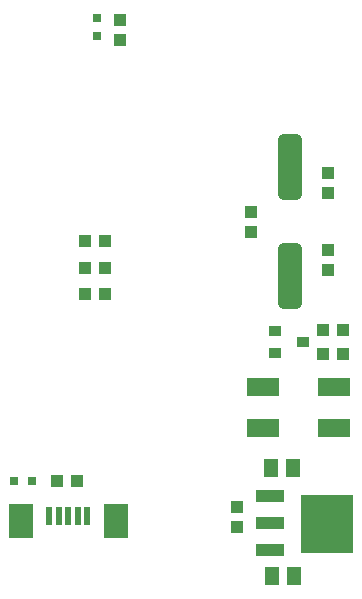
<source format=gtp>
%FSLAX44Y44*%
%MOMM*%
G71*
G01*
G75*
G04 Layer_Color=8421504*
%ADD10R,1.3000X1.5000*%
%ADD11R,1.1000X1.0000*%
%ADD12R,2.1000X2.9000*%
%ADD13R,0.5000X1.6000*%
%ADD14R,1.0000X1.1000*%
%ADD15R,2.4000X3.3000*%
%ADD16R,2.4000X1.0000*%
%ADD17R,1.0000X0.8500*%
%ADD18R,1.0000X0.8500*%
%ADD19R,0.8000X0.8000*%
%ADD20R,2.8000X1.5000*%
%ADD21R,0.8000X0.8000*%
%ADD22R,4.5000X5.0000*%
G04:AMPARAMS|DCode=23|XSize=5.6mm|YSize=2.1mm|CornerRadius=0.525mm|HoleSize=0mm|Usage=FLASHONLY|Rotation=270.000|XOffset=0mm|YOffset=0mm|HoleType=Round|Shape=RoundedRectangle|*
%AMROUNDEDRECTD23*
21,1,5.6000,1.0500,0,0,270.0*
21,1,4.5500,2.1000,0,0,270.0*
1,1,1.0500,-0.5250,-2.2750*
1,1,1.0500,-0.5250,2.2750*
1,1,1.0500,0.5250,2.2750*
1,1,1.0500,0.5250,-2.2750*
%
%ADD23ROUNDEDRECTD23*%
%ADD24C,0.3000*%
%ADD25C,0.5000*%
%ADD26C,0.7500*%
%ADD27C,1.8000*%
%ADD28O,1.0000X1.7000*%
%ADD29C,6.0000*%
%ADD30C,1.6000*%
%ADD31C,0.6000*%
%ADD32C,0.2500*%
%ADD33C,0.1000*%
%ADD34C,0.2000*%
%ADD35C,0.0800*%
D10*
X1766500Y372520D02*
D03*
X1747500D02*
D03*
X1765500Y463750D02*
D03*
X1746500D02*
D03*
D11*
X1589250Y633250D02*
D03*
X1606250D02*
D03*
X1790500Y581000D02*
D03*
X1807500D02*
D03*
X1790250Y560750D02*
D03*
X1807250D02*
D03*
X1565500Y453250D02*
D03*
X1582500D02*
D03*
X1589250Y610750D02*
D03*
X1606250D02*
D03*
X1606250Y655750D02*
D03*
X1589250D02*
D03*
D12*
X1535000Y419000D02*
D03*
X1615000D02*
D03*
D13*
X1559000Y423500D02*
D03*
X1567000D02*
D03*
X1575000D02*
D03*
X1583000D02*
D03*
X1591000D02*
D03*
D14*
X1717500Y431000D02*
D03*
Y414000D02*
D03*
X1795000Y648500D02*
D03*
Y631500D02*
D03*
Y696500D02*
D03*
Y713500D02*
D03*
X1730000Y681000D02*
D03*
Y664000D02*
D03*
X1618500Y826000D02*
D03*
Y843000D02*
D03*
D15*
X1804000Y417500D02*
D03*
D16*
X1746000Y394500D02*
D03*
Y417500D02*
D03*
Y440500D02*
D03*
D17*
X1750000Y580250D02*
D03*
X1774000Y570750D02*
D03*
D18*
X1750000Y561250D02*
D03*
D19*
X1529000Y453000D02*
D03*
X1544000D02*
D03*
D20*
X1800000Y532500D02*
D03*
Y497500D02*
D03*
X1740000Y532500D02*
D03*
Y497500D02*
D03*
D21*
X1599250Y844500D02*
D03*
Y829500D02*
D03*
D22*
X1793748Y416306D02*
D03*
D23*
X1762500Y718500D02*
D03*
Y626500D02*
D03*
M02*

</source>
